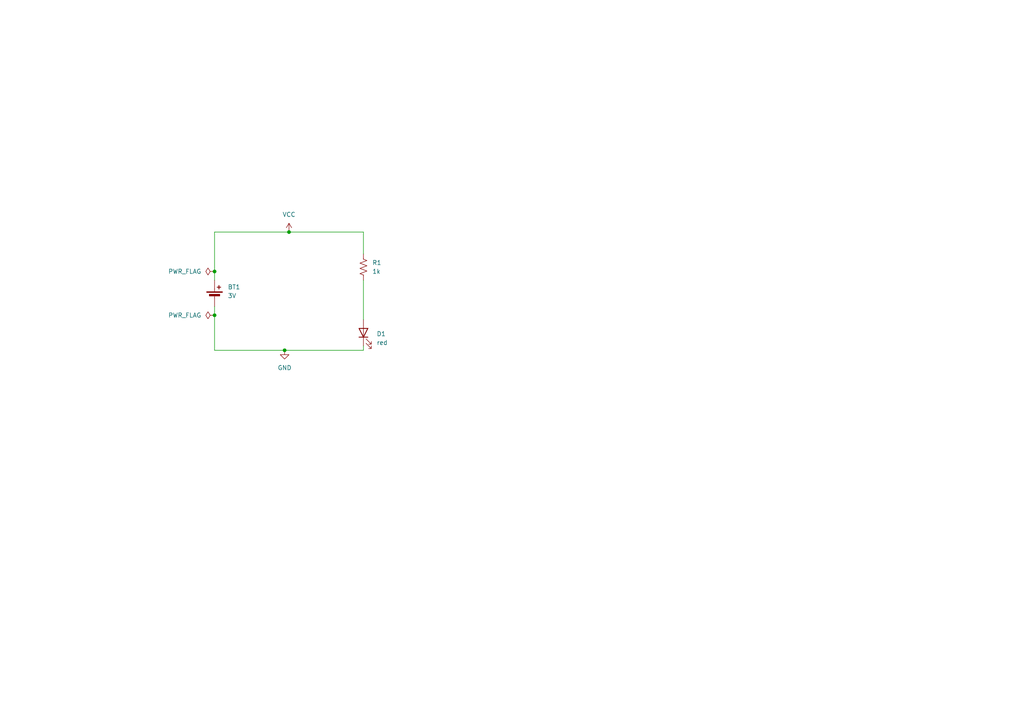
<source format=kicad_sch>
(kicad_sch (version 20250114) (generator "eeschema") (generator_version "9.0")
  (paper "A4")
  (title_block (title "Getting Started in KiCad 9.0") (date "2025-12-02") (rev "0"))
  (lib_symbols
    (symbol "Device:Battery_Cell" (pin_numbers (hide yes)) (pin_names (offset 0) (hide yes))
      (property "Reference" "BT" (at 2.54 2.54 0))
      (property "Value" "Battery_Cell" (at 2.54 0 0))
      (symbol "Battery_Cell_0_1"
        (rectangle (start -2.286 1.778) (end 2.286 1.524) (fill (type outline)))
        (rectangle (start -1.524 1.016) (end 1.524 0.508) (fill (type outline)))
        (polyline (pts (xy 0 1.778) (xy 0 2.54)))
        (polyline (pts (xy 0 0.762) (xy 0 0)))
        (polyline (pts (xy 0.762 3.048) (xy 1.778 3.048)) (stroke (width 0.254)))
        (polyline (pts (xy 1.27 3.556) (xy 1.27 2.54)) (stroke (width 0.254)))
      )
      (symbol "Battery_Cell_1_1"
        (pin passive line (at 0 5.08 270) (length 2.54) (name "+") (number "1"))
        (pin passive line (at 0 -2.54 90) (length 2.54) (name "-") (number "2"))
      )
    )
    (symbol "Device:LED" (pin_numbers (hide yes)) (pin_names (offset 1.016) (hide yes))
      (property "Reference" "D" (at 0 2.54 0))
      (property "Value" "LED" (at 0 -2.54 0))
      (symbol "LED_0_1"
        (polyline (pts (xy -3.048 -0.762) (xy -4.572 -2.286) (xy -3.81 -2.286) (xy -4.572 -2.286) (xy -4.572 -1.524)))
        (polyline (pts (xy -1.778 -0.762) (xy -3.302 -2.286) (xy -2.54 -2.286) (xy -3.302 -2.286) (xy -3.302 -1.524)))
        (polyline (pts (xy -1.27 0) (xy 1.27 0)))
        (polyline (pts (xy -1.27 -1.27) (xy -1.27 1.27)) (stroke (width 0.254)))
        (polyline (pts (xy 1.27 -1.27) (xy 1.27 1.27) (xy -1.27 0) (xy 1.27 -1.27)) (stroke (width 0.254)))
      )
      (symbol "LED_1_1"
        (pin passive line (at -3.81 0 0) (length 2.54) (name "K") (number "1"))
        (pin passive line (at 3.81 0 180) (length 2.54) (name "A") (number "2"))
      )
    )
    (symbol "Device:R_US" (pin_numbers (hide yes)) (pin_names (offset 0))
      (property "Reference" "R" (at 2.54 0 90))
      (property "Value" "R_US" (at -2.54 0 90))
      (symbol "R_US_0_1"
        (polyline (pts (xy 0 2.286) (xy 0 2.54)))
        (polyline (pts (xy 0 2.286) (xy 1.016 1.905) (xy 0 1.524) (xy -1.016 1.143) (xy 0 0.762)))
        (polyline (pts (xy 0 0.762) (xy 1.016 0.381) (xy 0 0) (xy -1.016 -0.381) (xy 0 -0.762)))
        (polyline (pts (xy 0 -0.762) (xy 1.016 -1.143) (xy 0 -1.524) (xy -1.016 -1.905) (xy 0 -2.286)))
        (polyline (pts (xy 0 -2.286) (xy 0 -2.54)))
      )
      (symbol "R_US_1_1"
        (pin passive line (at 0 3.81 270) (length 1.27) (name "~") (number "1"))
        (pin passive line (at 0 -3.81 90) (length 1.27) (name "~") (number "2"))
      )
    )
    (symbol "power:GND" (power) (pin_numbers (hide yes)) (pin_names (offset 0) (hide yes))
      (property "Value" "GND" (at 0 -3.81 0))
      (symbol "GND_0_1"
        (polyline (pts (xy 0 0) (xy 0 -1.27) (xy 1.27 -1.27) (xy 0 -2.54) (xy -1.27 -1.27) (xy 0 -1.27)))
      )
      (symbol "GND_1_1"
        (pin power_in line (at 0 0 270) (length 0) (name "~") (number "1"))
      )
    )
    (symbol "power:PWR_FLAG" (power) (pin_numbers (hide yes)) (pin_names (offset 0) (hide yes))
      (property "Value" "PWR_FLAG" (at 0 3.81 0))
      (symbol "PWR_FLAG_0_0"
        (pin power_out line (at 0 0 90) (length 0) (name "~") (number "1"))
      )
      (symbol "PWR_FLAG_0_1"
        (polyline (pts (xy 0 0) (xy 0 1.27) (xy -1.016 1.905) (xy 0 2.54) (xy 1.016 1.905) (xy 0 1.27)))
      )
    )
    (symbol "power:VCC" (power) (pin_numbers (hide yes)) (pin_names (offset 0) (hide yes))
      (property "Value" "VCC" (at 0 3.556 0))
      (symbol "VCC_0_1"
        (polyline (pts (xy -0.762 1.27) (xy 0 2.54)))
        (polyline (pts (xy 0 2.54) (xy 0.762 1.27)))
        (polyline (pts (xy 0 0) (xy 0 2.54)))
      )
      (symbol "VCC_1_1"
        (pin power_in line (at 0 0 90) (length 0) (name "~") (number "1"))
      )
    )
  )
  (junction (at 82.55 101.6))
  (junction (at 62.23 78.74))
  (junction (at 83.82 67.31))
  (junction (at 62.23 91.44))
  (wire (pts (xy 62.23 67.31) (xy 83.82 67.31)))
  (wire (pts (xy 62.23 78.74) (xy 62.23 81.28)))
  (wire (pts (xy 62.23 88.9) (xy 62.23 91.44)))
  (wire (pts (xy 105.41 67.31) (xy 105.41 73.66)))
  (wire (pts (xy 83.82 67.31) (xy 105.41 67.31)))
  (wire (pts (xy 105.41 101.6) (xy 105.41 100.33)))
  (wire (pts (xy 62.23 67.31) (xy 62.23 78.74)))
  (wire (pts (xy 105.41 81.28) (xy 105.41 92.71)))
  (wire (pts (xy 82.55 101.6) (xy 105.41 101.6)))
  (wire (pts (xy 62.23 91.44) (xy 62.23 101.6)))
  (wire (pts (xy 62.23 101.6) (xy 82.55 101.6)))
  (symbol (lib_id "power:PWR_FLAG") (at 62.23 78.74 90) (unit 1)
    (property "Reference" "#FLG01" (effects (hide yes)))
    (property "Value" "PWR_FLAG" (at 58.42 78.7399 90) (effects (justify left)))
    (property "Description" "Special symbol for telling ERC where power comes from" (effects (hide yes)))
  )
  (symbol (lib_id "Device:R_US") (at 105.41 77.47 0) (unit 1)
    (property "Reference" "R1" (at 107.95 76.1999 0) (effects (justify left)))
    (property "Value" "1k" (at 107.95 78.7399 0) (effects (justify left)))
    (property "Footprint" "Resistor_THT:R_Axial_DIN0309_L9.0mm_D3.2mm_P12.70mm_Horizontal" (effects (hide yes)))
    (property "Description" "Resistor, US symbol" (effects (hide yes)))
  )
  (symbol (lib_id "power:GND") (at 82.55 101.6 0) (unit 1)
    (property "Reference" "#PWR02" (effects (hide yes)))
    (property "Value" "GND" (at 82.55 106.68 0))
    (property "Description" "Power symbol creates a global label with name \"GND\" , ground" (effects (hide yes)))
  )
  (symbol (lib_id "Device:Battery_Cell") (at 62.23 86.36 0) (unit 1)
    (property "Reference" "BT1" (at 66.04 83.2484 0) (effects (justify left)))
    (property "Value" "3V" (at 66.04 85.7884 0) (effects (justify left)))
    (property "Footprint" "Battery:BatteryHolder_Keystone_1058_1x2032" (effects (hide yes)))
    (property "Description" "Single-cell battery" (effects (hide yes)))
  )
  (symbol (lib_id "power:PWR_FLAG") (at 62.23 91.44 90) (unit 1)
    (property "Reference" "#FLG02" (effects (hide yes)))
    (property "Value" "PWR_FLAG" (at 58.42 91.4399 90) (effects (justify left)))
    (property "Description" "Special symbol for telling ERC where power comes from" (effects (hide yes)))
  )
  (symbol (lib_id "power:VCC") (at 83.82 67.31 0) (unit 1)
    (property "Reference" "#PWR01" (effects (hide yes)))
    (property "Value" "VCC" (at 83.82 62.23 0))
    (property "Description" "Power symbol creates a global label with name \"VCC\"" (effects (hide yes)))
  )
  (symbol (lib_id "Device:LED") (at 105.41 96.52 90) (unit 1)
    (property "Reference" "D1" (at 109.22 96.8374 90) (effects (justify right)))
    (property "Value" "red" (at 109.22 99.3774 90) (effects (justify right)))
    (property "Footprint" "LED_THT:LED_D5.0mm" (effects (hide yes)))
    (property "Description" "Light emitting diode" (effects (hide yes)))
    (property "Sim.Pins" "1=K 2=A" (effects (hide yes)))
  )
)
</source>
